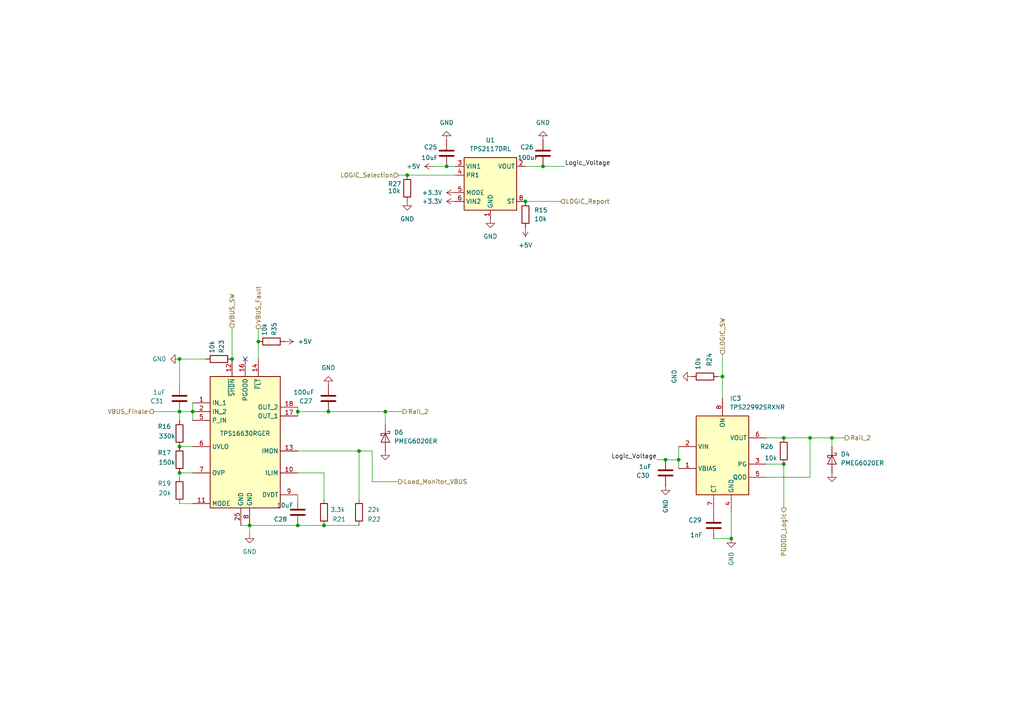
<source format=kicad_sch>
(kicad_sch (version 20250114) (generator "eeschema") (generator_version "9.0")
  (paper "A4")
  (lib_symbols
    (symbol "Device:C" (pin_numbers (hide yes)) (pin_names (offset 0.254))
      (property "Reference" "C" (at 0.635 2.54 0))
      (property "Value" "C" (at 0.635 -2.54 0))
      (symbol "C_0_1"
        (polyline (pts (xy -2.032 0.762) (xy 2.032 0.762)) (stroke (width 0.508)))
        (polyline (pts (xy -2.032 -0.762) (xy 2.032 -0.762)) (stroke (width 0.508)))
      )
      (symbol "C_1_1"
        (pin passive line (at 0 3.81 270) (length 2.794) (name "~") (number "1"))
        (pin passive line (at 0 -3.81 90) (length 2.794) (name "~") (number "2"))
      )
    )
    (symbol "Device:R" (pin_numbers (hide yes)) (pin_names (offset 0))
      (property "Reference" "R" (at 2.032 0 90))
      (property "Value" "R" (at 0 0 90))
      (symbol "R_0_1"
        (rectangle (start -1.016 -2.54) (end 1.016 2.54) (stroke (width 0.254)))
      )
      (symbol "R_1_1"
        (pin passive line (at 0 3.81 270) (length 1.27) (name "~") (number "1"))
        (pin passive line (at 0 -3.81 90) (length 1.27) (name "~") (number "2"))
      )
    )
    (symbol "Diode:PMEG6020ER" (pin_numbers (hide yes)) (pin_names (hide yes))
      (property "Reference" "D" (at 0 2.54 0))
      (property "Value" "PMEG6020ER" (at 0 -2.54 0))
      (symbol "PMEG6020ER_0_1"
        (polyline (pts (xy -1.905 0.635) (xy -1.905 1.27) (xy -1.27 1.27) (xy -1.27 -1.27) (xy -0.635 -1.27) (xy -0.635 -0.635)) (stroke (width 0.2032)))
        (polyline (pts (xy 1.27 1.27) (xy 1.27 -1.27) (xy -1.27 0) (xy 1.27 1.27)) (stroke (width 0.2032)))
        (polyline (pts (xy 1.27 0) (xy -1.27 0)))
      )
      (symbol "PMEG6020ER_1_1"
        (pin passive line (at -3.81 0 0) (length 2.54) (name "K") (number "1"))
        (pin passive line (at 3.81 0 180) (length 2.54) (name "A") (number "2"))
      )
    )
    (symbol "Power_Management:TPS2116DRL"
      (property "Reference" "U" (at -7.874 9.144 0))
      (property "Value" "TPS2116DRL" (at 0.508 -8.89 0))
      (symbol "TPS2116DRL_0_1"
        (rectangle (start -7.62 7.62) (end 7.62 -7.62) (stroke (width 0.254)) (fill (type background)))
      )
      (symbol "TPS2116DRL_1_0"
        (pin power_out line (at 10.16 5.08 180) (length 2.54) (hide yes) (name "VOUT") (number "7"))
      )
      (symbol "TPS2116DRL_1_1"
        (pin power_in line (at -10.16 5.08 0) (length 2.54) (name "VIN1") (number "3"))
        (pin input line (at -10.16 2.54 0) (length 2.54) (name "PR1") (number "4"))
        (pin input line (at -10.16 -2.54 0) (length 2.54) (name "MODE") (number "5"))
        (pin power_in line (at -10.16 -5.08 0) (length 2.54) (name "VIN2") (number "6"))
        (pin power_in line (at 0 -10.16 90) (length 2.54) (name "GND") (number "1"))
        (pin power_out line (at 10.16 5.08 180) (length 2.54) (name "VOUT") (number "2"))
        (pin open_collector line (at 10.16 -5.08 180) (length 2.54) (name "ST") (number "8"))
      )
    )
    (symbol "TPS16630RGER:TPS16630RGER"
      (property "Reference" "IC2" (at 17.3833 -27.94 0))
      (property "Value" "TPS16630RGER" (at 17.3833 -30.48 0))
      (symbol "TPS16630RGER_1_1"
        (rectangle (start 5.08 12.7) (end 25.4 -25.4) (stroke (width 0.254)) (fill (type background)))
        (pin passive line (at 0 5.08 0) (length 5.08) (name "IN_1") (number "1"))
        (pin passive line (at 0 2.54 0) (length 5.08) (name "IN_2") (number "2"))
        (pin passive line (at 0 0 0) (length 5.08) (name "P_IN") (number "5"))
        (pin passive line (at 0 -7.62 0) (length 5.08) (name "UVLO") (number "6"))
        (pin passive line (at 0 -15.24 0) (length 5.08) (name "OVP") (number "7"))
        (pin passive line (at 0 -24.13 0) (length 5.08) (name "MODE") (number "11"))
        (pin passive line (at 11.43 17.78 270) (length 5.08) (name "~{SHDN}") (number "12"))
        (pin passive line (at 13.97 -30.48 90) (length 5.08) (name "GND") (number "25"))
        (pin passive line (at 15.24 17.78 270) (length 5.08) (name "PGOOD") (number "16"))
        (pin passive line (at 16.51 -30.48 90) (length 5.08) (name "GND") (number "8"))
        (pin passive line (at 19.05 17.78 270) (length 5.08) (name "~{FLT}") (number "14"))
        (pin no_connect line (at 22.86 17.78 270) (length 5.08) (hide yes) (name "N.C_3") (number "15"))
        (pin no_connect line (at 22.86 17.78 270) (length 5.08) (hide yes) (name "N.C_4") (number "19"))
        (pin no_connect line (at 22.86 17.78 270) (length 5.08) (hide yes) (name "N.C_5") (number "20"))
        (pin no_connect line (at 22.86 17.78 270) (length 5.08) (hide yes) (name "N.C_6") (number "21"))
        (pin no_connect line (at 22.86 17.78 270) (length 5.08) (hide yes) (name "N.C_7") (number "22"))
        (pin no_connect line (at 22.86 17.78 270) (length 5.08) (hide yes) (name "N.C_8") (number "23"))
        (pin no_connect line (at 22.86 17.78 270) (length 5.08) (hide yes) (name "N.C_9") (number "24"))
        (pin no_connect line (at 22.86 17.78 270) (length 5.08) (hide yes) (name "N.C_1") (number "3"))
        (pin no_connect line (at 22.86 17.78 270) (length 5.08) (hide yes) (name "N.C_2") (number "4"))
        (pin passive line (at 30.48 3.81 180) (length 5.08) (name "OUT_2") (number "18"))
        (pin passive line (at 30.48 1.27 180) (length 5.08) (name "OUT_1") (number "17"))
        (pin passive line (at 30.48 -8.89 180) (length 5.08) (name "IMON") (number "13"))
        (pin passive line (at 30.48 -15.24 180) (length 5.08) (name "ILIM") (number "10"))
        (pin passive line (at 30.48 -21.59 180) (length 5.08) (name "DVDT") (number "9"))
      )
    )
    (symbol "TPS22992SRXNR_1"
      (property "Reference" "IC" (at 26.67 17.78 0))
      (property "Value" "TPS22992SRXNR" (at 26.67 15.24 0))
      (symbol "TPS22992SRXNR_1_1_1"
        (rectangle (start 5.08 12.7) (end 20.32 -10.16) (stroke (width 0.254)) (fill (type background)))
        (pin passive line (at 0 3.81 0) (length 5.08) (name "VIN") (number "2"))
        (pin passive line (at 0 -2.54 0) (length 5.08) (name "VBIAS") (number "1"))
        (pin passive line (at 10.16 -15.24 90) (length 5.08) (name "CT") (number "7"))
        (pin passive line (at 12.7 17.78 270) (length 5.08) (name "ON") (number "8"))
        (pin passive line (at 15.24 -15.24 90) (length 5.08) (name "GND") (number "4"))
        (pin passive line (at 25.4 6.35 180) (length 5.08) (name "VOUT") (number "6"))
        (pin passive line (at 25.4 -1.27 180) (length 5.08) (name "PG") (number "3"))
        (pin passive line (at 25.4 -5.08 180) (length 5.08) (name "QOD") (number "5"))
      )
    )
    (symbol "power:+3.3V" (power) (pin_numbers (hide yes)) (pin_names (offset 0) (hide yes))
      (property "Value" "+3.3V" (at 0 3.556 0))
      (symbol "+3.3V_0_1"
        (polyline (pts (xy -0.762 1.27) (xy 0 2.54)))
        (polyline (pts (xy 0 2.54) (xy 0.762 1.27)))
        (polyline (pts (xy 0 0) (xy 0 2.54)))
      )
      (symbol "+3.3V_1_1"
        (pin power_in line (at 0 0 90) (length 0) (name "~") (number "1"))
      )
    )
    (symbol "power:+5V" (power) (pin_numbers (hide yes)) (pin_names (offset 0) (hide yes))
      (property "Value" "+5V" (at 0 3.556 0))
      (symbol "+5V_0_1"
        (polyline (pts (xy -0.762 1.27) (xy 0 2.54)))
        (polyline (pts (xy 0 2.54) (xy 0.762 1.27)))
        (polyline (pts (xy 0 0) (xy 0 2.54)))
      )
      (symbol "+5V_1_1"
        (pin power_in line (at 0 0 90) (length 0) (name "~") (number "1"))
      )
    )
    (symbol "power:GND" (power) (pin_numbers (hide yes)) (pin_names (offset 0) (hide yes))
      (property "Value" "GND" (at 0 -3.81 0))
      (symbol "GND_0_1"
        (polyline (pts (xy 0 0) (xy 0 -1.27) (xy 1.27 -1.27) (xy 0 -2.54) (xy -1.27 -1.27) (xy 0 -1.27)))
      )
      (symbol "GND_1_1"
        (pin power_in line (at 0 0 270) (length 0) (name "~") (number "1"))
      )
    )
  )
  (junction (at 129.54 48.26))
  (junction (at 93.98 152.4))
  (junction (at 55.88 119.38))
  (junction (at 227.33 127))
  (junction (at 72.39 152.4))
  (junction (at 209.55 109.22))
  (junction (at 196.85 133.35))
  (junction (at 52.07 104.14))
  (junction (at 52.07 119.38))
  (junction (at 67.31 104.14))
  (junction (at 86.36 119.38))
  (junction (at 152.4 58.42))
  (junction (at 157.48 48.26))
  (junction (at 234.95 127))
  (junction (at 241.3 127))
  (junction (at 95.25 119.38))
  (junction (at 52.07 137.16))
  (junction (at 86.36 152.4))
  (junction (at 118.11 50.8))
  (junction (at 193.04 133.35))
  (junction (at 212.09 156.21))
  (junction (at 104.14 130.81))
  (junction (at 111.76 119.38))
  (junction (at 74.93 99.06))
  (junction (at 52.07 129.54))
  (junction (at 227.33 134.62))
  (no_connect (at 71.12 104.14))
  (wire (pts (xy 212.09 148.59) (xy 212.09 156.21)))
  (wire (pts (xy 95.25 119.38) (xy 111.76 119.38)))
  (wire (pts (xy 209.55 102.87) (xy 209.55 109.22)))
  (wire (pts (xy 93.98 137.16) (xy 86.36 137.16)))
  (wire (pts (xy 115.57 50.8) (xy 118.11 50.8)))
  (wire (pts (xy 72.39 154.94) (xy 72.39 152.4)))
  (wire (pts (xy 104.14 130.81) (xy 86.36 130.81)))
  (wire (pts (xy 227.33 127) (xy 222.25 127)))
  (wire (pts (xy 152.4 48.26) (xy 157.48 48.26)))
  (wire (pts (xy 196.85 129.54) (xy 196.85 133.35)))
  (wire (pts (xy 212.09 156.21) (xy 207.01 156.21)))
  (wire (pts (xy 72.39 152.4) (xy 86.36 152.4)))
  (wire (pts (xy 222.25 134.62) (xy 227.33 134.62)))
  (wire (pts (xy 190.5 133.35) (xy 193.04 133.35)))
  (wire (pts (xy 86.36 119.38) (xy 95.25 119.38)))
  (wire (pts (xy 222.25 138.43) (xy 234.95 138.43)))
  (wire (pts (xy 69.85 152.4) (xy 72.39 152.4)))
  (wire (pts (xy 196.85 133.35) (xy 196.85 135.89)))
  (wire (pts (xy 93.98 152.4) (xy 104.14 152.4)))
  (wire (pts (xy 129.54 48.26) (xy 132.08 48.26)))
  (wire (pts (xy 104.14 130.81) (xy 107.95 130.81)))
  (wire (pts (xy 234.95 127) (xy 234.95 138.43)))
  (wire (pts (xy 152.4 58.42) (xy 162.56 58.42)))
  (wire (pts (xy 52.07 119.38) (xy 55.88 119.38)))
  (wire (pts (xy 118.11 50.8) (xy 132.08 50.8)))
  (wire (pts (xy 93.98 144.78) (xy 93.98 137.16)))
  (wire (pts (xy 111.76 119.38) (xy 116.84 119.38)))
  (wire (pts (xy 74.93 99.06) (xy 74.93 104.14)))
  (wire (pts (xy 209.55 109.22) (xy 209.55 115.57)))
  (wire (pts (xy 52.07 104.14) (xy 59.69 104.14)))
  (wire (pts (xy 86.36 152.4) (xy 93.98 152.4)))
  (wire (pts (xy 111.76 123.19) (xy 111.76 119.38)))
  (wire (pts (xy 227.33 127) (xy 234.95 127)))
  (wire (pts (xy 44.45 119.38) (xy 52.07 119.38)))
  (wire (pts (xy 227.33 134.62) (xy 227.33 147.32)))
  (wire (pts (xy 241.3 129.54) (xy 241.3 127)))
  (wire (pts (xy 86.36 119.38) (xy 86.36 120.65)))
  (wire (pts (xy 208.28 109.22) (xy 209.55 109.22)))
  (wire (pts (xy 107.95 139.7) (xy 115.57 139.7)))
  (wire (pts (xy 157.48 48.26) (xy 163.83 48.26)))
  (wire (pts (xy 52.07 137.16) (xy 55.88 137.16)))
  (wire (pts (xy 86.36 118.11) (xy 86.36 119.38)))
  (wire (pts (xy 245.11 127) (xy 241.3 127)))
  (wire (pts (xy 52.07 119.38) (xy 52.07 121.92)))
  (wire (pts (xy 193.04 133.35) (xy 196.85 133.35)))
  (wire (pts (xy 52.07 146.05) (xy 55.88 146.05)))
  (wire (pts (xy 67.31 95.25) (xy 67.31 104.14)))
  (wire (pts (xy 55.88 119.38) (xy 55.88 121.92)))
  (wire (pts (xy 125.73 48.26) (xy 129.54 48.26)))
  (wire (pts (xy 241.3 127) (xy 234.95 127)))
  (wire (pts (xy 107.95 130.81) (xy 107.95 139.7)))
  (wire (pts (xy 74.93 95.25) (xy 74.93 99.06)))
  (wire (pts (xy 55.88 116.84) (xy 55.88 119.38)))
  (wire (pts (xy 52.07 137.16) (xy 52.07 138.43)))
  (wire (pts (xy 52.07 129.54) (xy 55.88 129.54)))
  (wire (pts (xy 52.07 104.14) (xy 52.07 111.76)))
  (wire (pts (xy 86.36 144.78) (xy 86.36 143.51)))
  (wire (pts (xy 104.14 144.78) (xy 104.14 130.81)))
  (label "Logic_Voltage" (at 163.83 48.26 0))
  (label "Logic_Voltage" (at 190.5 133.35 180))
  (hierarchical_label "Rail_2" (shape output) (at 116.84 119.38 0))
  (hierarchical_label "Rail_2" (shape output) (at 245.11 127 0))
  (hierarchical_label "VBUS_Fault" (shape output) (at 74.93 95.25 90))
  (hierarchical_label "LOGIC_Report" (shape input) (at 162.56 58.42 0))
  (hierarchical_label "LOGIC_SW" (shape input) (at 209.55 102.87 90))
  (hierarchical_label "Load_Monitor_VBUS" (shape output) (at 115.57 139.7 0))
  (hierarchical_label "PGOOD_Logic" (shape output) (at 227.33 147.32 270))
  (hierarchical_label "VBUS_SW" (shape input) (at 67.31 95.25 90))
  (hierarchical_label "VBUS_Finale" (shape output) (at 44.45 119.38 180))
  (hierarchical_label "LOGIC_Selection" (shape input) (at 115.57 50.8 180))
  (symbol (lib_id "power:GND") (at 52.07 104.14 270) (unit 1)
    (property "Reference" "#PWR067" (effects (hide yes)))
    (property "Value" "GND" (at 48.26 104.1399 90) (effects (justify right)))
    (property "Description" "Power symbol creates a global label with name \"GND\" , ground" (effects (hide yes)))
  )
  (symbol (lib_id "power:GND") (at 142.24 63.5 0) (unit 1)
    (property "Reference" "#PWR0144" (effects (hide yes)))
    (property "Value" "GND" (at 142.24 68.58 0))
    (property "Description" "Power symbol creates a global label with name \"GND\" , ground" (effects (hide yes)))
  )
  (symbol (lib_id "power:GND") (at 72.39 154.94 0) (unit 1)
    (property "Reference" "#PWR083" (effects (hide yes)))
    (property "Value" "GND" (at 72.39 160.02 0))
    (property "Description" "Power symbol creates a global label with name \"GND\" , ground" (effects (hide yes)))
  )
  (symbol (lib_id "power:GND") (at 118.11 58.42 0) (unit 1)
    (property "Reference" "#PWR0145" (effects (hide yes)))
    (property "Value" "GND" (at 118.11 63.5 0))
    (property "Description" "Power symbol creates a global label with name \"GND\" , ground" (effects (hide yes)))
  )
  (symbol (lib_id "Device:C") (at 52.07 115.57 180) (unit 1)
    (property "Reference" "C31" (at 47.498 116.332 0) (effects (justify left)))
    (property "Value" "1uF" (at 48.006 113.7919 0) (effects (justify left)))
    (property "Footprint" "Capacitor_SMD:C_1206_3216Metric" (effects (hide yes)))
    (property "Datasheet" "https://www.lcsc.com/datasheet/lcsc_datasheet_2005191033_Samwha-Capacitor-CS3216X5R106K500NRI_C513774.pdf" (effects (hide yes)))
    (property "Description" "Unpolarized capacitor" (effects (hide yes)))
    (property "LCSC" "C513774" (effects (hide yes)))
  )
  (symbol (lib_id "Device:R") (at 152.4 62.23 0) (unit 1)
    (property "Reference" "R15" (at 154.94 60.9599 0) (effects (justify left)))
    (property "Value" "10k" (at 154.94 63.4999 0) (effects (justify left)))
    (property "Footprint" "Resistor_SMD:R_0402_1005Metric" (effects (hide yes)))
    (property "Description" "Resistor" (effects (hide yes)))
    (property "LCSC" "C25744" (effects (hide yes)))
  )
  (symbol (lib_id "Device:C") (at 193.04 137.16 180) (unit 1)
    (property "Reference" "C30" (at 188.468 137.922 0) (effects (justify left)))
    (property "Value" "1uF" (at 188.976 135.3819 0) (effects (justify left)))
    (property "Footprint" "Capacitor_SMD:C_1206_3216Metric" (effects (hide yes)))
    (property "Datasheet" "https://www.lcsc.com/datasheet/lcsc_datasheet_2005191033_Samwha-Capacitor-CS3216X5R106K500NRI_C513774.pdf" (effects (hide yes)))
    (property "Description" "Unpolarized capacitor" (effects (hide yes)))
    (property "LCSC" "C513774" (effects (hide yes)))
  )
  (symbol (lib_id "Device:C") (at 157.48 44.45 0) (unit 1)
    (property "Reference" "C26" (at 150.876 42.672 0) (effects (justify left)))
    (property "Value" "100uF" (at 150.114 45.72 0) (effects (justify left)))
    (property "Footprint" "Capacitor_SMD:C_1206_3216Metric" (effects (hide yes)))
    (property "Datasheet" "https://www.lcsc.com/datasheet/lcsc_datasheet_2005191033_Samwha-Capacitor-CS3216X5R106K500NRI_C513774.pdf" (effects (hide yes)))
    (property "Description" "Unpolarized capacitor" (effects (hide yes)))
    (property "LCSC" "C513774" (effects (hide yes)))
  )
  (symbol (lib_id "power:+5V") (at 125.73 48.26 90) (unit 1)
    (property "Reference" "#PWR075" (effects (hide yes)))
    (property "Value" "+5V" (at 121.92 48.2599 90) (effects (justify left)))
    (property "Description" "Power symbol creates a global label with name \"+5V\"" (effects (hide yes)))
  )
  (symbol (lib_id "Device:R") (at 204.47 109.22 270) (unit 1)
    (property "Reference" "R24" (at 205.74 102.362 0) (effects (justify left)))
    (property "Value" "10k" (at 202.438 103.632 0) (effects (justify left)))
    (property "Footprint" "Resistor_SMD:R_0402_1005Metric" (effects (hide yes)))
    (property "Description" "Resistor" (effects (hide yes)))
    (property "LCSC" "C25744" (effects (hide yes)))
  )
  (symbol (lib_id "power:GND") (at 200.66 109.22 270) (unit 1)
    (property "Reference" "#PWR064" (effects (hide yes)))
    (property "Value" "GND" (at 195.58 109.22 0))
    (property "Description" "Power symbol creates a global label with name \"GND\" , ground" (effects (hide yes)))
  )
  (symbol (lib_id "Device:R") (at 104.14 148.59 0) (unit 1)
    (property "Reference" "R22" (at 110.49 150.622 0) (effects (justify right)))
    (property "Value" "22k" (at 110.236 147.828 0) (effects (justify right)))
    (property "Footprint" "Resistor_SMD:R_0402_1005Metric" (effects (hide yes)))
    (property "Description" "Resistor" (effects (hide yes)))
    (property "LCSC" "C103091" (effects (hide yes)))
  )
  (symbol (lib_id "Device:R") (at 52.07 142.24 180) (unit 1)
    (property "Reference" "R19" (at 45.72 140.208 0) (effects (justify right)))
    (property "Value" "20k" (at 45.974 143.002 0) (effects (justify right)))
    (property "Footprint" "Resistor_SMD:R_0402_1005Metric" (effects (hide yes)))
    (property "Description" "Resistor" (effects (hide yes)))
    (property "LCSC" "C103091" (effects (hide yes)))
  )
  (symbol (lib_id "power:GND") (at 212.09 156.21 0) (unit 1)
    (property "Reference" "#PWR065" (effects (hide yes)))
    (property "Value" "GND" (at 212.0901 160.02 90) (effects (justify right)))
    (property "Description" "Power symbol creates a global label with name \"GND\" , ground" (effects (hide yes)))
  )
  (symbol (lib_id "power:+3.3V") (at 132.08 55.88 90) (unit 1)
    (property "Reference" "#PWR04" (effects (hide yes)))
    (property "Value" "+3.3V" (at 128.27 55.8799 90) (effects (justify left)))
    (property "Description" "Power symbol creates a global label with name \"+3.3V\"" (effects (hide yes)))
  )
  (symbol (lib_id "Device:C") (at 86.36 148.59 180) (unit 1)
    (property "Reference" "C28" (at 83.312 150.622 0) (effects (justify left)))
    (property "Value" "10uF" (at 85.09 146.558 0) (effects (justify left)))
    (property "Footprint" "Capacitor_SMD:C_1206_3216Metric" (effects (hide yes)))
    (property "Datasheet" "https://www.lcsc.com/datasheet/lcsc_datasheet_2005191033_Samwha-Capacitor-CS3216X5R106K500NRI_C513774.pdf" (effects (hide yes)))
    (property "Description" "Unpolarized capacitor" (effects (hide yes)))
    (property "LCSC" "C513774" (effects (hide yes)))
  )
  (symbol (lib_id "Diode:PMEG6020ER") (at 111.76 127 270) (unit 1)
    (property "Reference" "D6" (at 114.3 125.4124 90) (effects (justify left)))
    (property "Value" "PMEG6020ER" (at 114.3 127.9524 90) (effects (justify left)))
    (property "Footprint" "Diode_SMD:D_SOD-123F" (effects (hide yes)))
    (property "Datasheet" "https://assets.nexperia.com/documents/data-sheet/PMEG6020ER.pdf" (effects (hide yes)))
    (property "Description" "60V, 2A low Vf MEGA Schottky barrier rectifier, SOD-123W" (effects (hide yes)))
  )
  (symbol (lib_id "Device:R") (at 63.5 104.14 270) (unit 1)
    (property "Reference" "R23" (at 64.262 98.552 0) (effects (justify left)))
    (property "Value" "10k" (at 61.468 98.806 0) (effects (justify left)))
    (property "Footprint" "Resistor_SMD:R_0402_1005Metric" (effects (hide yes)))
    (property "Description" "Resistor" (effects (hide yes)))
    (property "LCSC" "C25744" (effects (hide yes)))
  )
  (symbol (lib_id "Device:C") (at 207.01 152.4 0) (unit 1)
    (property "Reference" "C29" (at 199.644 150.876 0) (effects (justify left)))
    (property "Value" "1nF" (at 200.152 155.194 0) (effects (justify left)))
    (property "Footprint" "Capacitor_SMD:C_1206_3216Metric" (effects (hide yes)))
    (property "Datasheet" "https://www.lcsc.com/datasheet/lcsc_datasheet_2005191033_Samwha-Capacitor-CS3216X5R106K500NRI_C513774.pdf" (effects (hide yes)))
    (property "Description" "Unpolarized capacitor" (effects (hide yes)))
    (property "LCSC" "C513774" (effects (hide yes)))
  )
  (symbol (lib_id "Device:R") (at 52.07 125.73 180) (unit 1)
    (property "Reference" "R16" (at 45.72 123.698 0) (effects (justify right)))
    (property "Value" "330k" (at 45.974 126.492 0) (effects (justify right)))
    (property "Footprint" "Resistor_SMD:R_0402_1005Metric" (effects (hide yes)))
    (property "Description" "Resistor" (effects (hide yes)))
    (property "LCSC" "C103091" (effects (hide yes)))
  )
  (symbol (lib_id "power:GND") (at 111.76 130.81 0) (unit 1)
    (property "Reference" "#PWR056" (effects (hide yes)))
    (property "Value" "GND" (effects (hide yes)))
  )
  (symbol (lib_id "Device:R") (at 227.33 130.81 0) (unit 1)
    (property "Reference" "R26" (at 220.472 129.54 0) (effects (justify left)))
    (property "Value" "10k" (at 221.742 132.842 0) (effects (justify left)))
    (property "Footprint" "Resistor_SMD:R_0402_1005Metric" (effects (hide yes)))
    (property "Description" "Resistor" (effects (hide yes)))
    (property "LCSC" "C25744" (effects (hide yes)))
  )
  (symbol (lib_name "TPS22992SRXNR_1") (lib_id "TPS22992SRXNR:TPS22992SRXNR") (at 196.85 133.35 0) (unit 1)
    (property "Reference" "IC3" (at 211.6933 115.57 0) (effects (justify left)))
    (property "Value" "TPS22992SRXNR" (at 211.6933 118.11 0) (effects (justify left)))
    (property "Footprint" "TPS22992S:TPS22992SRXNR" (effects (hide yes)))
    (property "Datasheet" "https://www.ti.com/lit/ds/symlink/tps22992.pdf?ts=1729567087888&ref_url=https%253A%252F%252Fwww.mouser.sg%252F" (effects (hide yes)))
    (property "Description" "Power Switch ICs - Power Distribution 5.5-V, 6-A, 8.7-m load switch with adjustable rise time and adjustable quick output discha 8-WQFN-HR -40 to 125" (effects (hide yes)))
    (property "Height" "0.8" (effects (hide yes)))
    (property "Manufacturer_Name" "Texas Instruments" (effects (hide yes)))
    (property "Manufacturer_Part_Number" "TPS22992SRXNR" (effects (hide yes)))
    (property "Mouser Part Number" "595-TPS22992SRXNR" (effects (hide yes)))
    (property "Mouser Price/Stock" "https://www.mouser.co.uk/ProductDetail/Texas-Instruments/TPS22992SRXNR?qs=doiCPypUmgHG6zli7ZEMJw%3D%3D" (effects (hide yes)))
  )
  (symbol (lib_id "Device:R") (at 78.74 99.06 270) (unit 1)
    (property "Reference" "R35" (at 79.502 93.472 0) (effects (justify left)))
    (property "Value" "10k" (at 76.708 93.726 0) (effects (justify left)))
    (property "Footprint" "Resistor_SMD:R_0402_1005Metric" (effects (hide yes)))
    (property "Description" "Resistor" (effects (hide yes)))
    (property "LCSC" "C25744" (effects (hide yes)))
  )
  (symbol (lib_id "power:GND") (at 95.25 111.76 180) (unit 1)
    (property "Reference" "#PWR077" (effects (hide yes)))
    (property "Value" "GND" (at 95.25 106.68 0))
    (property "Description" "Power symbol creates a global label with name \"GND\" , ground" (effects (hide yes)))
  )
  (symbol (lib_id "power:+3.3V") (at 132.08 58.42 90) (unit 1)
    (property "Reference" "#PWR03" (effects (hide yes)))
    (property "Value" "+3.3V" (at 128.27 58.4199 90) (effects (justify left)))
    (property "Description" "Power symbol creates a global label with name \"+3.3V\"" (effects (hide yes)))
  )
  (symbol (lib_id "power:GND") (at 157.48 40.64 180) (unit 1)
    (property "Reference" "#PWR080" (effects (hide yes)))
    (property "Value" "GND" (at 157.48 35.56 0))
    (property "Description" "Power symbol creates a global label with name \"GND\" , ground" (effects (hide yes)))
  )
  (symbol (lib_id "Device:C") (at 129.54 44.45 0) (unit 1)
    (property "Reference" "C25" (at 122.936 42.672 0) (effects (justify left)))
    (property "Value" "10uF" (at 122.174 45.72 0) (effects (justify left)))
    (property "Footprint" "Capacitor_SMD:C_1206_3216Metric" (effects (hide yes)))
    (property "Datasheet" "https://www.lcsc.com/datasheet/lcsc_datasheet_2005191033_Samwha-Capacitor-CS3216X5R106K500NRI_C513774.pdf" (effects (hide yes)))
    (property "Description" "Unpolarized capacitor" (effects (hide yes)))
    (property "LCSC" "C513774" (effects (hide yes)))
  )
  (symbol (lib_id "TPS16630RGER:TPS16630RGER") (at 55.88 121.92 0) (unit 1)
    (property "Reference" "IC2" (effects (hide yes)))
    (property "Value" "TPS16630RGER" (at 63.754 125.73 0) (effects (justify left)))
    (property "Footprint" "TPS16630:QFN50P400X400X100-25N" (effects (hide yes)))
    (property "Datasheet" "http://www.ti.com/lit/gpn/TPS1663" (effects (hide yes)))
    (property "Description" "Texas Instruments 60V, 6A Power Limiting eFuse 24-VQFN -40 to 125" (effects (hide yes)))
    (property "Height" "1" (effects (hide yes)))
    (property "Manufacturer_Name" "Texas Instruments" (effects (hide yes)))
    (property "Manufacturer_Part_Number" "TPS16630RGER" (effects (hide yes)))
    (property "Mouser Part Number" "595-TPS16630RGER" (effects (hide yes)))
    (property "Mouser Price/Stock" "https://www.mouser.co.uk/ProductDetail/Texas-Instruments/TPS16630RGER?qs=byeeYqUIh0OvKYMvcgUp9Q%3D%3D" (effects (hide yes)))
    (property "Arrow Part Number" "TPS16630RGER" (effects (hide yes)))
    (property "Arrow Price/Stock" "https://www.arrow.com/en/products/tps16630rger/texas-instruments?utm_currency=USD&region=europe" (effects (hide yes)))
  )
  (symbol (lib_id "Device:C") (at 95.25 115.57 180) (unit 1)
    (property "Reference" "C27" (at 90.678 116.332 0) (effects (justify left)))
    (property "Value" "100uF" (at 91.186 113.7919 0) (effects (justify left)))
    (property "Footprint" "Capacitor_SMD:C_1206_3216Metric" (effects (hide yes)))
    (property "Datasheet" "https://www.lcsc.com/datasheet/lcsc_datasheet_2005191033_Samwha-Capacitor-CS3216X5R106K500NRI_C513774.pdf" (effects (hide yes)))
    (property "Description" "Unpolarized capacitor" (effects (hide yes)))
    (property "LCSC" "C513774" (effects (hide yes)))
  )
  (symbol (lib_id "Device:R") (at 93.98 148.59 0) (unit 1)
    (property "Reference" "R21" (at 100.33 150.622 0) (effects (justify right)))
    (property "Value" "3.3k" (at 100.076 147.828 0) (effects (justify right)))
    (property "Footprint" "Resistor_SMD:R_0402_1005Metric" (effects (hide yes)))
    (property "Description" "Resistor" (effects (hide yes)))
    (property "LCSC" "C103091" (effects (hide yes)))
  )
  (symbol (lib_id "power:+5V") (at 152.4 66.04 180) (unit 1)
    (property "Reference" "#PWR076" (effects (hide yes)))
    (property "Value" "+5V" (at 152.4 71.12 0))
    (property "Description" "Power symbol creates a global label with name \"+5V\"" (effects (hide yes)))
  )
  (symbol (lib_id "power:GND") (at 193.04 140.97 0) (unit 1)
    (property "Reference" "#PWR066" (effects (hide yes)))
    (property "Value" "GND" (at 193.0401 144.78 90) (effects (justify right)))
    (property "Description" "Power symbol creates a global label with name \"GND\" , ground" (effects (hide yes)))
  )
  (symbol (lib_id "Power_Management:TPS2116DRL") (at 142.24 53.34 0) (unit 1)
    (property "Reference" "U1" (at 142.24 40.64 0))
    (property "Value" "TPS2117DRL" (at 142.24 43.18 0))
    (property "Footprint" "Package_TO_SOT_SMD:SOT-583-8" (effects (hide yes)))
    (property "Datasheet" "https://www.ti.com/lit/ds/symlink/tps2116.pdf" (effects (hide yes)))
    (property "Description" "2 Channnels Power Mux with Manual and Priority Switchover, 1.6-5.5V Input Voltage, 2.5A Output Current, Ron 40 mOhm, SOT-583-8" (effects (hide yes)))
  )
  (symbol (lib_id "Diode:PMEG6020ER") (at 241.3 133.35 270) (unit 1)
    (property "Reference" "D4" (at 243.84 131.7624 90) (effects (justify left)))
    (property "Value" "PMEG6020ER" (at 243.84 134.3024 90) (effects (justify left)))
    (property "Footprint" "Diode_SMD:D_SOD-123F" (effects (hide yes)))
    (property "Datasheet" "https://assets.nexperia.com/documents/data-sheet/PMEG6020ER.pdf" (effects (hide yes)))
    (property "Description" "60V, 2A low Vf MEGA Schottky barrier rectifier, SOD-123W" (effects (hide yes)))
  )
  (symbol (lib_id "Device:R") (at 118.11 54.61 180) (unit 1)
    (property "Reference" "R27" (at 112.522 53.34 0) (effects (justify right)))
    (property "Value" "10k" (at 112.522 55.372 0) (effects (justify right)))
    (property "Footprint" "Resistor_SMD:R_0402_1005Metric" (effects (hide yes)))
    (property "Description" "Resistor" (effects (hide yes)))
    (property "LCSC" "C25744" (effects (hide yes)))
  )
  (symbol (lib_id "power:GND") (at 241.3 137.16 0) (unit 1)
    (property "Reference" "#PWR078" (effects (hide yes)))
    (property "Value" "GND" (effects (hide yes)))
  )
  (symbol (lib_id "Device:R") (at 52.07 133.35 180) (unit 1)
    (property "Reference" "R17" (at 45.72 131.318 0) (effects (justify right)))
    (property "Value" "150k" (at 45.974 134.112 0) (effects (justify right)))
    (property "Footprint" "Resistor_SMD:R_0402_1005Metric" (effects (hide yes)))
    (property "Description" "Resistor" (effects (hide yes)))
    (property "LCSC" "C103091" (effects (hide yes)))
  )
  (symbol (lib_id "power:+5V") (at 82.55 99.06 270) (unit 1)
    (property "Reference" "#PWR087" (effects (hide yes)))
    (property "Value" "+5V" (at 86.36 99.0599 90) (effects (justify left)))
    (property "Description" "Power symbol creates a global label with name \"+5V\"" (effects (hide yes)))
  )
  (symbol (lib_id "power:GND") (at 129.54 40.64 180) (unit 1)
    (property "Reference" "#PWR079" (effects (hide yes)))
    (property "Value" "GND" (at 129.54 35.56 0))
    (property "Description" "Power symbol creates a global label with name \"GND\" , ground" (effects (hide yes)))
  )
)
</source>
